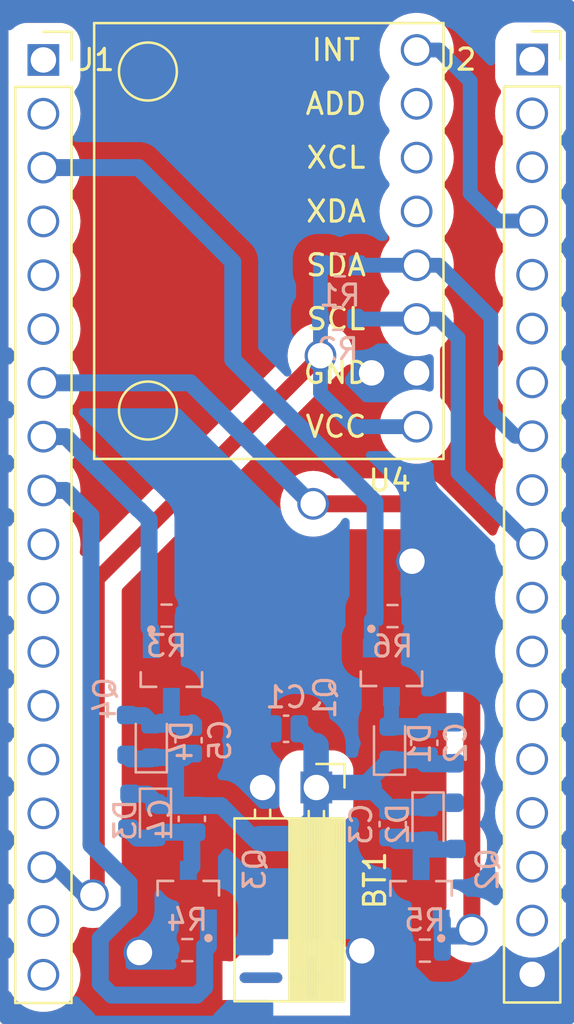
<source format=kicad_pcb>
(kicad_pcb (version 20240108) (generator "pcbnew") (generator_version "8.0")
  (layers (0 "F.Cu" signal) (31 "B.Cu" signal) (34 "B.Paste" user) (35 "F.Paste" user) (36 "B.SilkS" user "B.Silkscreen") (37 "F.SilkS" user "F.Silkscreen") (38 "B.Mask" user) (39 "F.Mask" user) (44 "Edge.Cuts" user))
  (net 0 "")
  (net 1 "GND")
  (net 2 "Net-(D1-A)")
  (net 3 "Net-(D2-A)")
  (net 4 "Net-(D3-A)")
  (net 5 "Net-(D4-A)")
  (net 6 "Net-(BT1-+)")
  (net 7 "Net-(J1-Pin_1)")
  (net 8 "Net-(J1-Pin_14)")
  (net 10 "Net-(J1-Pin_8)")
  (net 11 "Net-(J1-Pin_2)")
  (net 12 "Net-(J1-Pin_16)")
  (net 13 "Net-(J1-Pin_11)")
  (net 16 "Net-(J1-Pin_3)")
  (net 17 "Net-(J1-Pin_15)")
  (net 18 "Net-(J1-Pin_10)")
  (net 19 "Net-(J1-Pin_7)")
  (net 20 "Net-(J1-Pin_12)")
  (net 21 "Net-(J1-Pin_5)")
  (net 22 "Net-(J1-Pin_9)")
  (net 23 "Net-(J1-Pin_13)")
  (net 24 "Net-(J1-Pin_4)")
  (net 25 "Net-(J1-Pin_6)")
  (net 26 "Net-(J2-Pin_16)")
  (net 27 "Net-(J1-Pin_17)")
  (net 28 "Net-(J2-Pin_9)")
  (net 29 "Net-(J2-Pin_7)")
  (net 30 "Net-(J2-Pin_15)")
  (net 31 "Net-(J2-Pin_1)")
  (net 32 "Net-(J2-Pin_6)")
  (net 33 "Net-(J2-Pin_12)")
  (net 34 "Net-(J2-Pin_10)")
  (net 35 "Net-(J2-Pin_14)")
  (net 36 "Net-(J2-Pin_8)")
  (net 37 "Net-(J2-Pin_2)")
  (net 38 "Net-(J2-Pin_5)")
  (net 39 "Net-(J2-Pin_4)")
  (net 40 "Net-(J2-Pin_11)")
  (net 41 "Net-(J1-Pin_18)")
  (net 42 "Net-(J2-Pin_3)")
  (net 43 "Net-(J2-Pin_13)")
  (net 44 "Net-(J2-Pin_17)")
  (footprint "" (layer "F.Cu") (at 123.65 137.05)
    (property "Reference" "" (at 0 0 0) (layer "F.SilkS") (effects (font (size 1.27 1.27))))
    (property "Value" "")
    (pad "1" smd roundrect (at 0 0 90) (size 0.875 0.95) (layers "B.Cu" "B.Paste" "B.Mask") (net 6 "Net-(BT1-+)") (clearance 1))
  )
  (footprint "Connector_PinSocket_2.54mm:PinSocket_1x02_P2.54mm_Horizontal" (layer "F.Cu") (at 114.560955 138.19 90)
    (property "Reference" "BT1" (at -4.38 5.359045 -90) (layer "F.SilkS"))
    (property "Value" "3.7")
    (fp_line (start -10.09 -1.280955) (end -1.46 -1.280955) (stroke (width 0.12)) (layer "F.SilkS"))
    (fp_line (start -1.46 -0.310955) (end -1.05 -0.310955) (stroke (width 0.12)) (layer "F.SilkS"))
    (fp_line (start -1.46 0.409045) (end -1.05 0.409045) (stroke (width 0.12)) (layer "F.SilkS"))
    (fp_line (start -10.09 1.319045) (end -1.46 1.319045) (stroke (width 0.12)) (layer "F.SilkS"))
    (fp_line (start -10.09 1.437145) (end -1.46 1.437145) (stroke (width 0.12)) (layer "F.SilkS"))
    (fp_line (start -10.09 1.55524) (end -1.46 1.55524) (stroke (width 0.12)) (layer "F.SilkS"))
    (fp_line (start -10.09 1.673335) (end -1.46 1.673335) (stroke (width 0.12)) (layer "F.SilkS"))
    (fp_line (start -10.09 1.79143) (end -1.46 1.79143) (stroke (width 0.12)) (layer "F.SilkS"))
    (fp_line (start -10.09 1.909525) (end -1.46 1.909525) (stroke (width 0.12)) (layer "F.SilkS"))
    (fp_line (start -10.09 2.02762) (end -1.46 2.02762) (stroke (width 0.12)) (layer "F.SilkS"))
    (fp_line (start -10.09 2.145715) (end -1.46 2.145715) (stroke (width 0.12)) (layer "F.SilkS"))
    (fp_line (start -1.46 2.229045) (end -1.11 2.229045) (stroke (width 0.12)) (layer "F.SilkS"))
    (fp_line (start -10.09 2.26381) (end -1.46 2.26381) (stroke (width 0.12)) (layer "F.SilkS"))
    (fp_line (start -10.09 2.381905) (end -1.46 2.381905) (stroke (width 0.12)) (layer "F.SilkS"))
    (fp_line (start -10.09 2.5) (end -1.46 2.5) (stroke (width 0.12)) (layer "F.SilkS"))
    (fp_line (start -10.09 2.618095) (end -1.46 2.618095) (stroke (width 0.12)) (layer "F.SilkS"))
    (fp_line (start -10.09 2.73619) (end -1.46 2.73619) (stroke (width 0.12)) (layer "F.SilkS"))
    (fp_line (start -10.09 2.854285) (end -1.46 2.854285) (stroke (width 0.12)) (layer "F.SilkS"))
    (fp_line (start -1.46 2.949045) (end -1.11 2.949045) (stroke (width 0.12)) (layer "F.SilkS"))
    (fp_line (start -10.09 2.97238) (end -1.46 2.97238) (stroke (width 0.12)) (layer "F.SilkS"))
    (fp_line (start -10.09 3.090475) (end -1.46 3.090475) (stroke (width 0.12)) (layer "F.SilkS"))
    (fp_line (start -10.09 3.20857) (end -1.46 3.20857) (stroke (width 0.12)) (layer "F.SilkS"))
    (fp_line (start -10.09 3.326665) (end -1.46 3.326665) (stroke (width 0.12)) (layer "F.SilkS"))
    (fp_line (start -10.09 3.44476) (end -1.46 3.44476) (stroke (width 0.12)) (layer "F.SilkS"))
    (fp_line (start -10.09 3.562855) (end -1.46 3.562855) (stroke (width 0.12)) (layer "F.SilkS"))
    (fp_line (start -10.09 3.68095) (end -1.46 3.68095) (stroke (width 0.12)) (layer "F.SilkS"))
    (fp_line (start -10.09 3.799045) (end -1.46 3.799045) (stroke (width 0.12)) (layer "F.SilkS"))
    (fp_line (start 1.11 3.919045) (end 1.11 2.589045) (stroke (width 0.12)) (layer "F.SilkS"))
    (fp_line (start 0 3.919045) (end 1.11 3.919045) (stroke (width 0.12)) (layer "F.SilkS"))
    (fp_line (start -1.46 3.919045) (end -1.46 -1.280955) (stroke (width 0.12)) (layer "F.SilkS"))
    (fp_line (start -10.09 3.919045) (end -10.09 -1.280955) (stroke (width 0.12)) (layer "F.SilkS"))
    (fp_line (start -10.09 3.919045) (end -1.46 3.919045) (stroke (width 0.12)) (layer "F.SilkS"))
    (pad "1" thru_hole rect (at 0 2.589045 90) (size 1.5 1.5) (drill 1.2) (layers "*.Cu" "*.Mask") (net 6 "Net-(BT1-+)") (clearance 1))
    (pad "2" thru_hole oval (at 0 0.049045 90) (size 1.5 1.5) (drill 1.2) (layers "*.Cu" "*.Mask") (net 1 "GND") (clearance 1))
  )
  (footprint "usini_sensors:module_mpu6050" (layer "F.Cu") (at 121.89 103.38 180)
    (property "Reference" "U4" (at 1.27 -20.32 180) (layer "F.SilkS"))
    (property "Value" "module_mpu6050")
    (fp_line (start 15.24 1.27) (end -1.27 1.27) (stroke (width 0.12)) (layer "F.SilkS"))
    (fp_line (start 15.24 -19.304) (end 15.24 1.27) (stroke (width 0.12)) (layer "F.SilkS"))
    (fp_line (start -1.27 1.27) (end -1.27 -19.304) (stroke (width 0.12)) (layer "F.SilkS"))
    (fp_line (start -1.27 -19.304) (end 15.24 -19.304) (stroke (width 0.12)) (layer "F.SilkS"))
    (fp_circle (center 12.7 -1.016) (end 13.208 0.254) (stroke (width 0.12)) (fill none) (layer "F.SilkS"))
    (fp_circle (center 12.7 -17.018) (end 13.208 -15.748) (stroke (width 0.12)) (fill none) (layer "F.SilkS"))
    (fp_text user "SCL" (at 3.81 -12.7 180) (layer "F.SilkS"))
    (fp_text user "XCL" (at 3.81 -5.08 180) (layer "F.SilkS"))
    (fp_text user "XDA" (at 3.81 -7.62 180) (layer "F.SilkS"))
    (fp_text user "ADD" (at 3.81 -2.54 180) (layer "F.SilkS"))
    (fp_text user "VCC" (at 3.81 -17.78 180) (layer "F.SilkS"))
    (fp_text user "INT" (at 3.81 0 180) (layer "F.SilkS"))
    (fp_text user "GND" (at 3.81 -15.24 180) (layer "F.SilkS"))
    (fp_text user "SDA" (at 3.81 -10.16 180) (layer "F.SilkS"))
    (pad "1" thru_hole circle (at 0 -17.78 180) (size 1.5 1.5) (drill 1.2) (layers "*.Cu" "*.Mask") (net 12 "Net-(J1-Pin_16)") (clearance 1))
    (pad "2" thru_hole circle (at 0 -15.24 180) (size 1.5 1.5) (drill 1.2) (layers "*.Cu" "*.Mask") (net 1 "GND") (clearance 1))
    (pad "3" thru_hole circle (at 0 -12.7 180) (size 1.5 1.5) (drill 1.2) (layers "*.Cu" "*.Mask") (net 34 "Net-(J2-Pin_10)") (clearance 1))
    (pad "4" thru_hole circle (at 0 -10.16 180) (size 1.5 1.5) (drill 1.2) (layers "*.Cu" "*.Mask") (net 36 "Net-(J2-Pin_8)") (clearance 1))
    (pad "5" thru_hole circle (at 0 -7.62 180) (size 1.5 1.5) (drill 1.2) (layers "*.Cu" "*.Mask") (clearance 1))
    (pad "6" thru_hole circle (at 0 -5.08 180) (size 1.5 1.5) (drill 1.2) (layers "*.Cu" "*.Mask") (clearance 1))
    (pad "7" thru_hole circle (at 0 -2.54 180) (size 1.5 1.5) (drill 1.2) (layers "*.Cu" "*.Mask") (clearance 1))
    (pad "8" thru_hole circle (at 0 0 180) (size 1.5 1.5) (drill 1.2) (layers "*.Cu" "*.Mask") (net 39 "Net-(J2-Pin_4)") (clearance 1))
  )
  (footprint "" (layer "F.Cu") (at 108.36 138.49)
    (property "Reference" "" (at 0 0 0) (layer "F.SilkS") (effects (font (size 1.27 1.27))))
    (property "Value" "")
    (pad "1" smd roundrect (at 0 0 270) (size 0.875 0.95) (layers "B.Cu" "B.Paste" "B.Mask") (net 6 "Net-(BT1-+)") (clearance 1))
  )
  (footprint "" (layer "F.Cu") (at 108.22 136.65)
    (property "Reference" "" (at 0 0 0) (layer "F.SilkS") (effects (font (size 1.27 1.27))))
    (property "Value" "")
    (pad "1" smd roundrect (at 0 0 90) (size 0.875 0.95) (layers "B.Cu" "B.Paste" "B.Mask") (net 6 "Net-(BT1-+)") (clearance 1))
  )
  (footprint "" (layer "F.Cu") (at 123.62 135.11)
    (property "Reference" "" (at 0 0 0) (layer "F.SilkS") (effects (font (size 1.27 1.27))))
    (property "Value" "")
    (pad "2" smd roundrect (at 0 0 90) (size 0.875 0.95) (layers "B.Cu" "B.Paste" "B.Mask") (net 2 "Net-(D1-A)") (clearance 1))
  )
  (footprint "" (layer "F.Cu") (at 123.63 138.91)
    (property "Reference" "" (at 0 0 0) (layer "F.SilkS") (effects (font (size 1.27 1.27))))
    (property "Value" "")
    (pad "1" smd roundrect (at 0 0 270) (size 0.875 0.95) (layers "B.Cu" "B.Paste" "B.Mask") (net 6 "Net-(BT1-+)") (clearance 1))
  )
  (footprint "Connector_PinSocket_2.54mm:PinSocket_1x18_P2.54mm_Vertical" (layer "F.Cu") (at 104.25 103.85)
    (property "Reference" "J1" (at 2.5 0 0) (layer "F.SilkS"))
    (property "Value" "Conn_01x18_Socket" (hide yes))
    (fp_line (start -1.33 1.27) (end -1.33 44.51) (stroke (width 0.12)) (layer "F.SilkS"))
    (fp_line (start -1.33 1.27) (end 1.33 1.27) (stroke (width 0.12)) (layer "F.SilkS"))
    (fp_line (start -1.33 44.51) (end 1.33 44.51) (stroke (width 0.12)) (layer "F.SilkS"))
    (fp_line (start 0 -1.33) (end 1.33 -1.33) (stroke (width 0.12)) (layer "F.SilkS"))
    (fp_line (start 1.33 -1.33) (end 1.33 0) (stroke (width 0.12)) (layer "F.SilkS"))
    (fp_line (start 1.33 1.27) (end 1.33 44.51) (stroke (width 0.12)) (layer "F.SilkS"))
    (pad "1" thru_hole rect (at 0 0) (size 1.5 1.5) (drill 1.2) (layers "*.Cu" "*.Mask") (net 7 "Net-(J1-Pin_1)") (clearance 1))
    (pad "2" thru_hole oval (at 0 2.54) (size 1.5 1.5) (drill 1.2) (layers "*.Cu" "*.Mask") (net 11 "Net-(J1-Pin_2)") (clearance 1))
    (pad "3" thru_hole oval (at 0 5.08) (size 1.5 1.5) (drill 1.2) (layers "*.Cu" "*.Mask") (net 16 "Net-(J1-Pin_3)") (clearance 1))
    (pad "4" thru_hole oval (at 0 7.62) (size 1.5 1.5) (drill 1.2) (layers "*.Cu" "*.Mask") (net 24 "Net-(J1-Pin_4)") (clearance 1))
    (pad "5" thru_hole oval (at 0 10.16) (size 1.5 1.5) (drill 1.2) (layers "*.Cu" "*.Mask") (net 21 "Net-(J1-Pin_5)") (clearance 1))
    (pad "6" thru_hole oval (at 0 12.7) (size 1.5 1.5) (drill 1.2) (layers "*.Cu" "*.Mask") (net 25 "Net-(J1-Pin_6)") (clearance 1))
    (pad "7" thru_hole oval (at 0 15.24) (size 1.5 1.5) (drill 1.2) (layers "*.Cu" "*.Mask") (net 19 "Net-(J1-Pin_7)") (clearance 1))
    (pad "8" thru_hole oval (at 0 17.78) (size 1.5 1.5) (drill 1.2) (layers "*.Cu" "*.Mask") (net 10 "Net-(J1-Pin_8)") (clearance 1))
    (pad "9" thru_hole oval (at 0 20.32) (size 1.5 1.5) (drill 1.2) (layers "*.Cu" "*.Mask") (net 22 "Net-(J1-Pin_9)") (clearance 1))
    (pad "10" thru_hole oval (at 0 22.86) (size 1.5 1.5) (drill 1.2) (layers "*.Cu" "*.Mask") (net 18 "Net-(J1-Pin_10)") (clearance 1))
    (pad "11" thru_hole oval (at 0 25.4) (size 1.5 1.5) (drill 1.2) (layers "*.Cu" "*.Mask") (net 13 "Net-(J1-Pin_11)") (clearance 1))
    (pad "12" thru_hole oval (at 0 27.94) (size 1.5 1.5) (drill 1.2) (layers "*.Cu" "*.Mask") (net 20 "Net-(J1-Pin_12)") (clearance 1))
    (pad "13" thru_hole oval (at 0 30.48) (size 1.5 1.5) (drill 1.2) (layers "*.Cu" "*.Mask") (net 23 "Net-(J1-Pin_13)") (clearance 1))
    (pad "14" thru_hole oval (at 0 33.02) (size 1.5 1.5) (drill 1.2) (layers "*.Cu" "*.Mask") (net 8 "Net-(J1-Pin_14)") (clearance 1))
    (pad "15" thru_hole oval (at 0 35.56) (size 1.5 1.5) (drill 1.2) (layers "*.Cu" "*.Mask") (net 17 "Net-(J1-Pin_15)") (clearance 1))
    (pad "16" thru_hole oval (at 0 38.1) (size 1.5 1.5) (drill 1.2) (layers "*.Cu" "*.Mask") (net 12 "Net-(J1-Pin_16)") (clearance 1))
    (pad "17" thru_hole oval (at 0 40.64) (size 1.5 1.5) (drill 1.2) (layers "*.Cu" "*.Mask") (net 27 "Net-(J1-Pin_17)") (clearance 1))
    (pad "18" thru_hole oval (at 0 43.18) (size 1.5 1.5) (drill 1.2) (layers "*.Cu" "*.Mask") (net 41 "Net-(J1-Pin_18)") (clearance 1))
  )
  (footprint "" (layer "F.Cu") (at 108.2 134.77)
    (property "Reference" "" (at 0 0 0) (layer "F.SilkS") (effects (font (size 1.27 1.27))))
    (property "Value" "")
    (pad "2" smd roundrect (at 0 0 90) (size 0.875 0.95) (layers "B.Cu" "B.Paste" "B.Mask") (net 5 "Net-(D4-A)") (clearance 1))
  )
  (footprint "" (layer "F.Cu") (at 108.26 140.13)
    (property "Reference" "" (at 0 0 0) (layer "F.SilkS") (effects (font (size 1.27 1.27))))
    (property "Value" "")
    (pad "2" smd roundrect (at 0 0 270) (size 0.875 0.95) (layers "B.Cu" "B.Paste" "B.Mask") (net 4 "Net-(D3-A)") (clearance 1))
  )
  (footprint "Connector_PinSocket_2.54mm:PinSocket_1x18_P2.54mm_Vertical" (layer "F.Cu") (at 127.35 103.83)
    (property "Reference" "J2" (at -3.5 0 0) (layer "F.SilkS"))
    (property "Value" "Conn_01x18_Socket" (hide yes))
    (fp_line (start -1.33 1.27) (end -1.33 44.51) (stroke (width 0.12)) (layer "F.SilkS"))
    (fp_line (start -1.33 1.27) (end 1.33 1.27) (stroke (width 0.12)) (layer "F.SilkS"))
    (fp_line (start -1.33 44.51) (end 1.33 44.51) (stroke (width 0.12)) (layer "F.SilkS"))
    (fp_line (start 0 -1.33) (end 1.33 -1.33) (stroke (width 0.12)) (layer "F.SilkS"))
    (fp_line (start 1.33 -1.33) (end 1.33 0) (stroke (width 0.12)) (layer "F.SilkS"))
    (fp_line (start 1.33 1.27) (end 1.33 44.51) (stroke (width 0.12)) (layer "F.SilkS"))
    (pad "1" thru_hole rect (at 0 0) (size 1.5 1.5) (drill 1.2) (layers "*.Cu" "*.Mask") (net 31 "Net-(J2-Pin_1)") (clearance 1))
    (pad "2" thru_hole oval (at 0 2.54) (size 1.5 1.5) (drill 1.2) (layers "*.Cu" "*.Mask") (net 37 "Net-(J2-Pin_2)") (clearance 1))
    (pad "3" thru_hole oval (at 0 5.08) (size 1.5 1.5) (drill 1.2) (layers "*.Cu" "*.Mask") (net 42 "Net-(J2-Pin_3)") (clearance 1))
    (pad "4" thru_hole oval (at 0 7.62) (size 1.5 1.5) (drill 1.2) (layers "*.Cu" "*.Mask") (net 39 "Net-(J2-Pin_4)") (clearance 1))
    (pad "5" thru_hole oval (at 0 10.16) (size 1.5 1.5) (drill 1.2) (layers "*.Cu" "*.Mask") (net 38 "Net-(J2-Pin_5)") (clearance 1))
    (pad "6" thru_hole oval (at 0 12.7) (size 1.5 1.5) (drill 1.2) (layers "*.Cu" "*.Mask") (net 32 "Net-(J2-Pin_6)") (clearance 1))
    (pad "7" thru_hole oval (at 0 15.24) (size 1.5 1.5) (drill 1.2) (layers "*.Cu" "*.Mask") (net 29 "Net-(J2-Pin_7)") (clearance 1))
    (pad "8" thru_hole oval (at 0 17.78) (size 1.5 1.5) (drill 1.2) (layers "*.Cu" "*.Mask") (net 36 "Net-(J2-Pin_8)") (clearance 1))
    (pad "9" thru_hole oval (at 0 20.32) (size 1.5 1.5) (drill 1.2) (layers "*.Cu" "*.Mask") (net 28 "Net-(J2-Pin_9)") (clearance 1))
    (pad "10" thru_hole oval (at 0 22.86) (size 1.5 1.5) (drill 1.2) (layers "*.Cu" "*.Mask") (net 34 "Net-(J2-Pin_10)") (clearance 1))
    (pad "11" thru_hole oval (at 0 25.4) (size 1.5 1.5) (drill 1.2) (layers "*.Cu" "*.Mask") (net 40 "Net-(J2-Pin_11)") (clearance 1))
    (pad "12" thru_hole oval (at 0 27.94) (size 1.5 1.5) (drill 1.2) (layers "*.Cu" "*.Mask") (net 33 "Net-(J2-Pin_12)") (clearance 1))
    (pad "13" thru_hole oval (at 0 30.48) (size 1.5 1.5) (drill 1.2) (layers "*.Cu" "*.Mask") (net 43 "Net-(J2-Pin_13)") (clearance 1))
    (pad "14" thru_hole oval (at 0 33.02) (size 1.5 1.5) (drill 1.2) (layers "*.Cu" "*.Mask") (net 35 "Net-(J2-Pin_14)") (clearance 1))
    (pad "15" thru_hole oval (at 0 35.56) (size 1.5 1.5) (drill 1.2) (layers "*.Cu" "*.Mask") (net 30 "Net-(J2-Pin_15)") (clearance 1))
    (pad "16" thru_hole oval (at 0 38.1) (size 1.5 1.5) (drill 1.2) (layers "*.Cu" "*.Mask") (net 26 "Net-(J2-Pin_16)") (clearance 1))
    (pad "17" thru_hole oval (at 0 40.64) (size 1.5 1.5) (drill 1.2) (layers "*.Cu" "*.Mask") (net 44 "Net-(J2-Pin_17)") (clearance 1))
    (pad "18" thru_hole oval (at 0 43.18) (size 1.5 1.5) (drill 1.2) (layers "*.Cu" "*.Mask") (net 1 "GND") (clearance 1))
  )
  (footprint "" (layer "F.Cu") (at 123.74 141.09)
    (property "Reference" "" (at 0 0 0) (layer "F.SilkS") (effects (font (size 1.27 1.27))))
    (property "Value" "")
    (pad "2" smd roundrect (at 0 0 270) (size 0.875 0.95) (layers "B.Cu" "B.Paste" "B.Mask") (net 3 "Net-(D2-A)") (clearance 1))
  )
  (footprint "TSM250N02CX_RFG:TRANS_TSM250N02CX_RFG" (layer "B.Cu") (at 122.1 143.31 90)
    (property "Reference" "Q2" (at 1.25 3.135 -90) (layer "B.SilkS") (effects (justify mirror)))
    (property "Value" "NMOS" (hide yes))
    (fp_line (start 0.7 -1.45) (end 0.015 -1.45) (stroke (width 0.127)) (layer "B.SilkS"))
    (fp_line (start 0.7 -0.72) (end 0.7 -1.45) (stroke (width 0.127)) (layer "B.SilkS"))
    (fp_line (start 0.7 1.45) (end 0.7 0.72) (stroke (width 0.127)) (layer "B.SilkS"))
    (fp_line (start 0.015 1.45) (end 0.7 1.45) (stroke (width 0.127)) (layer "B.SilkS"))
    (fp_circle (center -2 0.95) (end -1.9 0.95) (stroke (width 0.2)) (fill none) (layer "B.SilkS"))
    (pad "1" smd rect (at 1.2 0 90) (size 0.9 0.8) (layers "B.Cu" "B.Paste" "B.Mask") (net 3 "Net-(D2-A)") (clearance 1))
    (pad "2" smd rect (at -1.1 0.95 90) (size 0.9 0.8) (layers "B.Cu" "B.Paste" "B.Mask") (net 19 "Net-(J1-Pin_7)") (clearance 1))
    (pad "3" smd rect (at -1.1 -0.95 90) (size 0.9 0.8) (layers "B.Cu" "B.Paste" "B.Mask") (net 1 "GND") (clearance 1))
  )
  (footprint "Capacitor_SMD:C_0504_1310Metric_Pad0.83x1.28mm_HandSolder" (layer "B.Cu") (at 111.2675 139.6725 -90)
    (property "Reference" "C4" (at 0 1.49 90) (layer "B.SilkS") (effects (justify mirror)))
    (property "Value" "1uf")
    (fp_line (start 0.101969 0.62) (end -0.101969 0.62) (stroke (width 0.12)) (layer "B.SilkS"))
    (fp_line (start 0.101969 -0.62) (end -0.101969 -0.62) (stroke (width 0.12)) (layer "B.SilkS"))
    (pad "1" smd roundrect (at -0.6275 0 270) (size 0.835 1.28) (layers "B.Cu" "B.Paste" "B.Mask") (net 6 "Net-(BT1-+)") (clearance 1))
    (pad "2" smd roundrect (at 0.6275 0 270) (size 0.835 1.28) (layers "B.Cu" "B.Paste" "B.Mask") (net 4 "Net-(D3-A)") (clearance 1))
  )
  (footprint "Diode_SMD:D_0603_1608Metric" (layer "B.Cu") (at 120.61 136.1025 90)
    (property "Reference" "D1" (at 0 1.43 -90) (layer "B.SilkS") (effects (justify mirror)))
    (property "Value" "D")
    (fp_line (start 0.8 -0.735) (end -1.485 -0.735) (stroke (width 0.12)) (layer "B.SilkS"))
    (fp_line (start -1.485 -0.735) (end -1.485 0.735) (stroke (width 0.12)) (layer "B.SilkS"))
    (fp_line (start -1.485 0.735) (end 0.8 0.735) (stroke (width 0.12)) (layer "B.SilkS"))
    (pad "1" smd roundrect (at -0.7875 0 90) (size 0.875 0.95) (layers "B.Cu" "B.Paste" "B.Mask") (net 6 "Net-(BT1-+)") (clearance 1))
    (pad "2" smd roundrect (at 0.7875 0 90) (size 0.875 0.95) (layers "B.Cu" "B.Paste" "B.Mask") (net 2 "Net-(D1-A)") (clearance 1))
  )
  (footprint "Resistor_SMD:R_0603_1608Metric" (layer "B.Cu") (at 111.05 145.8675 180)
    (property "Reference" "R4" (at 0 1.43 180) (layer "B.SilkS") (effects (justify mirror)))
    (property "Value" "10k")
    (fp_line (start 0.237258 0.5225) (end -0.237258 0.5225) (stroke (width 0.12)) (layer "B.SilkS"))
    (fp_line (start 0.237258 -0.5225) (end -0.237258 -0.5225) (stroke (width 0.12)) (layer "B.SilkS"))
    (pad "1" smd roundrect (at -0.825 0 180) (size 0.8 0.95) (layers "B.Cu" "B.Paste" "B.Mask") (net 22 "Net-(J1-Pin_9)") (clearance 1))
    (pad "2" smd roundrect (at 0.825 0 180) (size 0.8 0.95) (layers "B.Cu" "B.Paste" "B.Mask") (net 1 "GND") (clearance 1))
  )
  (footprint "Diode_SMD:D_0603_1608Metric" (layer "B.Cu") (at 109.5475 139.7325 -90)
    (property "Reference" "D3" (at 0 1.43 90) (layer "B.SilkS") (effects (justify mirror)))
    (property "Value" "D")
    (fp_line (start -1.485 0.735) (end 0.8 0.735) (stroke (width 0.12)) (layer "B.SilkS"))
    (fp_line (start -1.485 -0.735) (end -1.485 0.735) (stroke (width 0.12)) (layer "B.SilkS"))
    (fp_line (start 0.8 -0.735) (end -1.485 -0.735) (stroke (width 0.12)) (layer "B.SilkS"))
    (pad "1" smd roundrect (at -0.7875 0 270) (size 0.875 0.95) (layers "B.Cu" "B.Paste" "B.Mask") (net 6 "Net-(BT1-+)") (clearance 1))
    (pad "2" smd roundrect (at 0.7875 0 270) (size 0.875 0.95) (layers "B.Cu" "B.Paste" "B.Mask") (net 4 "Net-(D3-A)") (clearance 1))
  )
  (footprint "Resistor_SMD:R_0603_1608Metric" (layer "B.Cu") (at 120.75 130.1)
    (property "Reference" "R6" (at 0 1.43 0) (layer "B.SilkS") (effects (justify mirror)))
    (property "Value" "10k")
    (fp_line (start 0.237258 -0.5225) (end -0.237258 -0.5225) (stroke (width 0.12)) (layer "B.SilkS"))
    (fp_line (start 0.237258 0.5225) (end -0.237258 0.5225) (stroke (width 0.12)) (layer "B.SilkS"))
    (pad "1" smd roundrect (at -0.825 0) (size 0.8 0.95) (layers "B.Cu" "B.Paste" "B.Mask") (net 16 "Net-(J1-Pin_3)") (clearance 1))
    (pad "2" smd roundrect (at 0.825 0) (size 0.8 0.95) (layers "B.Cu" "B.Paste" "B.Mask") (net 1 "GND") (clearance 1))
  )
  (footprint "Capacitor_SMD:C_0504_1310Metric_Pad0.83x1.28mm_HandSolder" (layer "B.Cu") (at 122.25 136.0825 90)
    (property "Reference" "C2" (at 0 1.49 -90) (layer "B.SilkS") (effects (justify mirror)))
    (property "Value" "1uf")
    (fp_line (start 0.101969 -0.62) (end -0.101969 -0.62) (stroke (width 0.12)) (layer "B.SilkS"))
    (fp_line (start 0.101969 0.62) (end -0.101969 0.62) (stroke (width 0.12)) (layer "B.SilkS"))
    (pad "1" smd roundrect (at -0.6275 0 90) (size 0.835 1.28) (layers "B.Cu" "B.Paste" "B.Mask") (net 6 "Net-(BT1-+)") (clearance 1))
    (pad "2" smd roundrect (at 0.6275 0 90) (size 0.835 1.28) (layers "B.Cu" "B.Paste" "B.Mask") (net 2 "Net-(D1-A)") (clearance 1))
  )
  (footprint "Resistor_SMD:R_0603_1608Metric" (layer "B.Cu") (at 118.26 113.54)
    (property "Reference" "R1" (at 0 1.43 0) (layer "B.SilkS") (effects (justify mirror)))
    (property "Value" "10k")
    (fp_line (start 0.237258 -0.5225) (end -0.237258 -0.5225) (stroke (width 0.12)) (layer "B.SilkS"))
    (fp_line (start 0.237258 0.5225) (end -0.237258 0.5225) (stroke (width 0.12)) (layer "B.SilkS"))
    (pad "1" smd roundrect (at -0.825 0) (size 0.8 0.95) (layers "B.Cu" "B.Paste" "B.Mask") (net 12 "Net-(J1-Pin_16)") (clearance 1))
    (pad "2" smd roundrect (at 0.825 0) (size 0.8 0.95) (layers "B.Cu" "B.Paste" "B.Mask") (net 36 "Net-(J2-Pin_8)") (clearance 1))
  )
  (footprint "TSM250N02CX_RFG:TRANS_TSM250N02CX_RFG" (layer "B.Cu") (at 120.7 132.7 -90)
    (property "Reference" "Q1" (at 1.25 3.135 90) (layer "B.SilkS") (effects (justify mirror)))
    (property "Value" "NMOS" (hide yes))
    (fp_line (start 0.015 1.45) (end 0.7 1.45) (stroke (width 0.127)) (layer "B.SilkS"))
    (fp_line (start 0.7 1.45) (end 0.7 0.72) (stroke (width 0.127)) (layer "B.SilkS"))
    (fp_line (start 0.7 -0.72) (end 0.7 -1.45) (stroke (width 0.127)) (layer "B.SilkS"))
    (fp_line (start 0.7 -1.45) (end 0.015 -1.45) (stroke (width 0.127)) (layer "B.SilkS"))
    (fp_circle (center -2 0.95) (end -1.9 0.95) (stroke (width 0.2)) (fill none) (layer "B.SilkS"))
    (pad "1" smd rect (at 1.2 0 270) (size 0.9 0.8) (layers "B.Cu" "B.Paste" "B.Mask") (net 2 "Net-(D1-A)") (clearance 1))
    (pad "2" smd rect (at -1.1 0.95 270) (size 0.9 0.8) (layers "B.Cu" "B.Paste" "B.Mask") (net 16 "Net-(J1-Pin_3)") (clearance 1))
    (pad "3" smd rect (at -1.1 -0.95 270) (size 0.9 0.8) (layers "B.Cu" "B.Paste" "B.Mask") (net 1 "GND") (clearance 1))
  )
  (footprint "TSM250N02CX_RFG:TRANS_TSM250N02CX_RFG" (layer "B.Cu") (at 111.1 143.3 90)
    (property "Reference" "Q3" (at 1.25 3.135 -90) (layer "B.SilkS") (effects (justify mirror)))
    (property "Value" "NMOS" (hide yes))
    (fp_line (start 0.7 -1.45) (end 0.015 -1.45) (stroke (width 0.127)) (layer "B.SilkS"))
    (fp_line (start 0.7 -0.72) (end 0.7 -1.45) (stroke (width 0.127)) (layer "B.SilkS"))
    (fp_line (start 0.7 1.45) (end 0.7 0.72) (stroke (width 0.127)) (layer "B.SilkS"))
    (fp_line (start 0.015 1.45) (end 0.7 1.45) (stroke (width 0.127)) (layer "B.SilkS"))
    (fp_circle (center -2 0.95) (end -1.9 0.95) (stroke (width 0.2)) (fill none) (layer "B.SilkS"))
    (pad "1" smd rect (at 1.2 0 90) (size 0.9 0.8) (layers "B.Cu" "B.Paste" "B.Mask") (net 4 "Net-(D3-A)") (clearance 1))
    (pad "2" smd rect (at -1.1 0.95 90) (size 0.9 0.8) (layers "B.Cu" "B.Paste" "B.Mask") (net 22 "Net-(J1-Pin_9)") (clearance 1))
    (pad "3" smd rect (at -1.1 -0.95 90) (size 0.9 0.8) (layers "B.Cu" "B.Paste" "B.Mask") (net 1 "GND") (clearance 1))
  )
  (footprint "TSM250N02CX_RFG:TRANS_TSM250N02CX_RFG" (layer "B.Cu") (at 110.3 132.7375 -90)
    (property "Reference" "Q4" (at 1.25 3.135 90) (layer "B.SilkS") (effects (justify mirror)))
    (property "Value" "NMOS" (hide yes))
    (fp_line (start 0.015 1.45) (end 0.7 1.45) (stroke (width 0.127)) (layer "B.SilkS"))
    (fp_line (start 0.7 1.45) (end 0.7 0.72) (stroke (width 0.127)) (layer "B.SilkS"))
    (fp_line (start 0.7 -0.72) (end 0.7 -1.45) (stroke (width 0.127)) (layer "B.SilkS"))
    (fp_line (start 0.7 -1.45) (end 0.015 -1.45) (stroke (width 0.127)) (layer "B.SilkS"))
    (fp_circle (center -2 0.95) (end -1.9 0.95) (stroke (width 0.2)) (fill none) (layer "B.SilkS"))
    (pad "1" smd rect (at 1.2 0 270) (size 0.9 0.8) (layers "B.Cu" "B.Paste" "B.Mask") (net 5 "Net-(D4-A)") (clearance 1))
    (pad "2" smd rect (at -1.1 0.95 270) (size 0.9 0.8) (layers "B.Cu" "B.Paste" "B.Mask") (net 10 "Net-(J1-Pin_8)") (clearance 1))
    (pad "3" smd rect (at -1.1 -0.95 270) (size 0.9 0.8) (layers "B.Cu" "B.Paste" "B.Mask") (net 1 "GND") (clearance 1))
  )
  (footprint "Capacitor_SMD:C_0504_1310Metric_Pad0.83x1.28mm_HandSolder" (layer "B.Cu") (at 115.72 135.42 180)
    (property "Reference" "C1" (at 0 1.49 180) (layer "B.SilkS") (effects (justify mirror)))
    (property "Value" "10uf")
    (fp_line (start 0.101969 0.62) (end -0.101969 0.62) (stroke (width 0.12)) (layer "B.SilkS"))
    (fp_line (start 0.101969 -0.62) (end -0.101969 -0.62) (stroke (width 0.12)) (layer "B.SilkS"))
    (pad "1" smd roundrect (at -0.6275 0 180) (size 0.835 1.28) (layers "B.Cu" "B.Paste" "B.Mask") (net 6 "Net-(BT1-+)") (clearance 1))
    (pad "2" smd roundrect (at 0.6275 0 180) (size 0.835 1.28) (layers "B.Cu" "B.Paste" "B.Mask") (net 1 "GND") (clearance 1))
  )
  (footprint "Capacitor_SMD:C_0504_1310Metric_Pad0.83x1.28mm_HandSolder" (layer "B.Cu") (at 120.76 139.92 -90)
    (property "Reference" "C3" (at 0 1.49 90) (layer "B.SilkS") (effects (justify mirror)))
    (property "Value" "1uf")
    (fp_line (start 0.101969 0.62) (end -0.101969 0.62) (stroke (width 0.12)) (layer "B.SilkS"))
    (fp_line (start 0.101969 -0.62) (end -0.101969 -0.62) (stroke (width 0.12)) (layer "B.SilkS"))
    (pad "1" smd roundrect (at -0.6275 0 270) (size 0.835 1.28) (layers "B.Cu" "B.Paste" "B.Mask") (net 6 "Net-(BT1-+)") (clearance 1))
    (pad "2" smd roundrect (at 0.6275 0 270) (size 0.835 1.28) (layers "B.Cu" "B.Paste" "B.Mask") (net 3 "Net-(D2-A)") (clearance 1))
  )
  (footprint "Resistor_SMD:R_0603_1608Metric" (layer "B.Cu") (at 118.17 116.07)
    (property "Reference" "R2" (at 0 1.43 0) (layer "B.SilkS") (effects (justify mirror)))
    (property "Value" "10k")
    (fp_line (start 0.237258 -0.5225) (end -0.237258 -0.5225) (stroke (width 0.12)) (layer "B.SilkS"))
    (fp_line (start 0.237258 0.5225) (end -0.237258 0.5225) (stroke (width 0.12)) (layer "B.SilkS"))
    (pad "1" smd roundrect (at -0.825 0) (size 0.8 0.95) (layers "B.Cu" "B.Paste" "B.Mask") (net 12 "Net-(J1-Pin_16)") (clearance 1))
    (pad "2" smd roundrect (at 0.825 0) (size 0.8 0.95) (layers "B.Cu" "B.Paste" "B.Mask") (net 34 "Net-(J2-Pin_10)") (clearance 1))
  )
  (footprint "Diode_SMD:D_0603_1608Metric" (layer "B.Cu") (at 109.35 135.99 90)
    (property "Reference" "D4" (at 0 1.43 -90) (layer "B.SilkS") (effects (justify mirror)))
    (property "Value" "D")
    (fp_line (start 0.8 -0.735) (end -1.485 -0.735) (stroke (width 0.12)) (layer "B.SilkS"))
    (fp_line (start -1.485 -0.735) (end -1.485 0.735) (stroke (width 0.12)) (layer "B.SilkS"))
    (fp_line (start -1.485 0.735) (end 0.8 0.735) (stroke (width 0.12)) (layer "B.SilkS"))
    (pad "1" smd roundrect (at -0.7875 0 90) (size 0.875 0.95) (layers "B.Cu" "B.Paste" "B.Mask") (net 6 "Net-(BT1-+)") (clearance 1))
    (pad "2" smd roundrect (at 0.7875 0 90) (size 0.875 0.95) (layers "B.Cu" "B.Paste" "B.Mask") (net 5 "Net-(D4-A)") (clearance 1))
  )
  (footprint "Resistor_SMD:R_0603_1608Metric" (layer "B.Cu") (at 122.28 145.89 180)
    (property "Reference" "R5" (at 0 1.43 180) (layer "B.SilkS") (effects (justify mirror)))
    (property "Value" "10k")
    (fp_line (start 0.237258 0.5225) (end -0.237258 0.5225) (stroke (width 0.12)) (layer "B.SilkS"))
    (fp_line (start 0.237258 -0.5225) (end -0.237258 -0.5225) (stroke (width 0.12)) (layer "B.SilkS"))
    (pad "1" smd roundrect (at -0.825 0 180) (size 0.8 0.95) (layers "B.Cu" "B.Paste" "B.Mask") (net 19 "Net-(J1-Pin_7)") (clearance 1))
    (pad "2" smd roundrect (at 0.825 0 180) (size 0.8 0.95) (layers "B.Cu" "B.Paste" "B.Mask") (net 1 "GND") (clearance 1))
  )
  (footprint "Resistor_SMD:R_0603_1608Metric" (layer "B.Cu") (at 110.07 130.08)
    (property "Reference" "R3" (at 0 1.43 0) (layer "B.SilkS") (effects (justify mirror)))
    (property "Value" "10k")
    (fp_line (start 0.237258 -0.5225) (end -0.237258 -0.5225) (stroke (width 0.12)) (layer "B.SilkS"))
    (fp_line (start 0.237258 0.5225) (end -0.237258 0.5225) (stroke (width 0.12)) (layer "B.SilkS"))
    (pad "1" smd roundrect (at -0.825 0) (size 0.8 0.95) (layers "B.Cu" "B.Paste" "B.Mask") (net 10 "Net-(J1-Pin_8)") (clearance 1))
    (pad "2" smd roundrect (at 0.825 0) (size 0.8 0.95) (layers "B.Cu" "B.Paste" "B.Mask") (net 1 "GND") (clearance 1))
  )
  (footprint "Capacitor_SMD:C_0504_1310Metric_Pad0.83x1.28mm_HandSolder" (layer "B.Cu") (at 111.11 135.96 90)
    (property "Reference" "C5" (at 0 1.49 -90) (layer "B.SilkS") (effects (justify mirror)))
    (property "Value" "1uf")
    (fp_line (start 0.101969 -0.62) (end -0.101969 -0.62) (stroke (width 0.12)) (layer "B.SilkS"))
    (fp_line (start 0.101969 0.62) (end -0.101969 0.62) (stroke (width 0.12)) (layer "B.SilkS"))
    (pad "1" smd roundrect (at -0.6275 0 90) (size 0.835 1.28) (layers "B.Cu" "B.Paste" "B.Mask") (net 6 "Net-(BT1-+)") (clearance 1))
    (pad "2" smd roundrect (at 0.6275 0 90) (size 0.835 1.28) (layers "B.Cu" "B.Paste" "B.Mask") (net 5 "Net-(D4-A)") (clearance 1))
  )
  (footprint "Diode_SMD:D_0603_1608Metric" (layer "B.Cu") (at 122.43 139.91 -90)
    (property "Reference" "D2" (at 0 1.43 90) (layer "B.SilkS") (effects (justify mirror)))
    (property "Value" "D")
    (fp_line (start -1.485 0.735) (end 0.8 0.735) (stroke (width 0.12)) (layer "B.SilkS"))
    (fp_line (start -1.485 -0.735) (end -1.485 0.735) (stroke (width 0.12)) (layer "B.SilkS"))
    (fp_line (start 0.8 -0.735) (end -1.485 -0.735) (stroke (width 0.12)) (layer "B.SilkS"))
    (pad "1" smd roundrect (at -0.7875 0 270) (size 0.875 0.95) (layers "B.Cu" "B.Paste" "B.Mask") (net 6 "Net-(BT1-+)") (clearance 1))
    (pad "2" smd roundrect (at 0.7875 0 270) (size 0.875 0.95) (layers "B.Cu" "B.Paste" "B.Mask") (net 3 "Net-(D2-A)") (clearance 1))
  )
  (gr_rect (start 102.4 101.22) (end 129.15 149.16) (stroke (width 0.4)) (fill none) (layer "F.Cu") (net 1))
  (gr_rect (start 102.4 101.22) (end 129.15 149.16) (stroke (width 0.4)) (fill none) (layer "B.Cu") (net 1))
  (gr_text "+" (at 118.5 148.2 0) (layer "F.Cu") (effects (font (size 2 2) (thickness 0.5) (bold yes)) (justify left bottom mirror)))
  (gr_text "-" (at 116.1 148.2 0) (layer "F.Cu") (effects (font (size 2 2) (thickness 0.5) (bold yes)) (justify left bottom mirror)))
  (gr_text "-" (at 116.1 148.2 0) (layer "B.Cu") (effects (font (size 2 2) (thickness 0.5) (bold yes)) (justify left bottom mirror)))
  (gr_text "+" (at 118.5 148.2 0) (layer "B.Cu") (effects (font (size 2 2) (thickness 0.5) (bold yes)) (justify left bottom mirror)))
  (segment (start 118.78 118.62) (end 114.6 122.8) (width 0.8) (layer "F.Cu") (net 1))
  (segment (start 114.6 122.8) (end 114.6 127.62) (width 0.8) (layer "F.Cu") (net 1))
  (segment (start 114.6 127.62) (end 114.6 138.19) (width 0.8) (layer "F.Cu") (net 1))
  (segment (start 118.1 144.7) (end 116.15 144.7) (width 0.8) (layer "F.Cu") (net 1))
  (segment (start 114.6 138.19) (end 114.6 144.46) (width 0.8) (layer "F.Cu") (net 1))
  (segment (start 116.15 144.7) (end 114.6 143.15) (width 0.8) (layer "F.Cu") (net 1))
  (segment (start 121.67 127.51) (end 114.71 127.51) (width 0.8) (layer "F.Cu") (net 1))
  (segment (start 114.71 127.51) (end 114.6 127.62) (width 0.8) (layer "F.Cu") (net 1))
  (segment (start 119.76 118.62) (end 118.78 118.62) (width 0.8) (layer "F.Cu") (net 1))
  (segment (start 114.6 143.15) (end 114.6 138.19) (width 0.8) (layer "F.Cu") (net 1))
  (segment (start 119.3 145.9) (end 118.1 144.7) (width 0.8) (layer "F.Cu") (net 1))
  (segment (start 119.9 146.5) (end 119.9 148.9) (width 0.8) (layer "F.Cu") (net 1))
  (segment (start 113.06 146) (end 113.04 145.98) (width 0.8) (layer "F.Cu") (net 1))
  (segment (start 113.04 145.98) (end 108.79 145.98) (width 0.8) (layer "F.Cu") (net 1))
  (segment (start 114.6 144.46) (end 113.06 146) (width 0.8) (layer "F.Cu") (net 1))
  (segment (start 119.3 145.9) (end 119.9 146.5) (width 0.8) (layer "F.Cu") (net 1))
  (via (at 119.76 118.62) (size 1.5) (drill 1.2) (layers "F.Cu" "B.Cu") (net 1))
  (via (at 108.79 145.98) (size 1.5) (drill 1.2) (layers "F.Cu" "B.Cu") (net 1))
  (via (at 119.3 145.9) (size 1.5) (drill 1.2) (layers "F.Cu" "B.Cu") (net 1))
  (via (at 121.67 127.51) (size 1.5) (drill 1.2) (layers "F.Cu" "B.Cu") (net 1))
  (segment (start 121.575 127.605) (end 121.67 127.51) (width 0.8) (layer "B.Cu") (net 1))
  (segment (start 121.575 130.1) (end 121.575 127.605) (width 0.8) (layer "B.Cu") (net 1))
  (segment (start 121.15 144.41) (end 121.15 145.585) (width 0.8) (layer "B.Cu") (net 1))
  (segment (start 110.15 144.4) (end 110.15 145.7925) (width 0.8) (layer "B.Cu") (net 1))
  (segment (start 110.85 131.43) (end 110.85 130.125) (width 0.8) (layer "B.Cu") (net 1))
  (segment (start 121.65 131.6) (end 121.65 130.175) (width 0.7) (layer "B.Cu") (net 1))
  (segment (start 119.9 146.5) (end 119.9 148.9) (width 0.8) (layer "B.Cu") (net 1))
  (segment (start 111.7575 131.6375) (end 111.25 131.6375) (width 0.8) (layer "B.Cu") (net 1))
  (segment (start 114.6 138.19) (end 114.6 134.48) (width 0.8) (layer "B.Cu") (net 1))
  (segment (start 122.41 147.76) (end 126.6 147.76) (width 0.8) (layer "B.Cu") (net 1))
  (segment (start 121.65 130.175) (end 121.575 130.1) (width 0.7) (layer "B.Cu") (net 1))
  (segment (start 114.6 134.48) (end 111.7575 131.6375) (width 0.8) (layer "B.Cu") (net 1))
  (segment (start 108.79 145.98) (end 110.1125 145.98) (width 0.8) (layer "B.Cu") (net 1))
  (segment (start 110.85 130.125) (end 110.895 130.08) (width 0.8) (layer "B.Cu") (net 1))
  (segment (start 119.3 145.9) (end 119.31 145.89) (width 0.8) (layer "B.Cu") (net 1))
  (segment (start 111.25 131.6375) (end 111.0575 131.6375) (width 0.8) (layer "B.Cu") (net 1))
  (segment (start 110.29 145.8025) (end 110.225 145.8675) (width 0.8) (layer "B.Cu") (net 1))
  (segment (start 110.15 145.7925) (end 110.225 145.8675) (width 0.8) (layer "B.Cu") (net 1))
  (segment (start 110.1125 145.98) (end 110.225 145.8675) (width 0.8) (layer "B.Cu") (net 1))
  (segment (start 121.15 145.585) (end 121.455 145.89) (width 0.8) (layer "B.Cu") (net 1))
  (segment (start 121.455 146.805) (end 122.41 147.76) (width 0.8) (layer "B.Cu") (net 1))
  (segment (start 114.6 138.19) (end 114.6 135.9125) (width 0.8) (layer "B.Cu") (net 1))
  (segment (start 119.76 118.62) (end 121.89 118.62) (width 0.8) (layer "B.Cu") (net 1))
  (segment (start 119.31 145.89) (end 121.455 145.89) (width 0.8) (layer "B.Cu") (net 1))
  (segment (start 126.6 147.76) (end 127.35 147.01) (width 0.8) (layer "B.Cu") (net 1))
  (segment (start 111.2875 131.6) (end 111.25 131.6375) (width 0.8) (layer "B.Cu") (net 1))
  (segment (start 114.6 135.9125) (end 115.0925 135.42) (width 0.8) (layer "B.Cu") (net 1))
  (segment (start 111.0575 131.6375) (end 110.85 131.43) (width 0.8) (layer "B.Cu") (net 1))
  (segment (start 121.455 146.805) (end 121.455 145.89) (width 0.8) (layer "B.Cu") (net 1))
  (segment (start 119.3 145.9) (end 119.9 146.5) (width 0.8) (layer "B.Cu") (net 1))
  (segment (start 123.6925 135.0925) (end 122.25 135.0925) (width 0.8) (layer "B.Cu") (net 2))
  (segment (start 120.7 135.225) (end 120.61 135.315) (width 0.7) (layer "B.Cu") (net 2))
  (segment (start 123.7 135.1) (end 123.6925 135.0925) (width 0.8) (layer "B.Cu") (net 2))
  (segment (start 120.7 133.9) (end 120.7 135.225) (width 0.7) (layer "B.Cu") (net 2))
  (segment (start 120.61 135.315) (end 122.11 135.315) (width 0.8) (layer "B.Cu") (net 2))
  (segment (start 122.11 135.315) (end 122.25 135.455) (width 0.8) (layer "B.Cu") (net 2))
  (segment (start 122.43 140.6975) (end 120.91 140.6975) (width 0.8) (layer "B.Cu") (net 3))
  (segment (start 122.2 140.76) (end 122.43 140.76) (width 0.8) (layer "B.Cu") (net 3))
  (segment (start 122.1 142.11) (end 122.1 140.86) (width 0.8) (layer "B.Cu") (net 3))
  (segment (start 122.1 140.86) (end 122.2 140.76) (width 0.8) (layer "B.Cu") (net 3))
  (segment (start 123.7 141.1) (end 122.34 141.1) (width 0.8) (layer "B.Cu") (net 3))
  (segment (start 120.91 140.6975) (end 120.76 140.5475) (width 0.8) (layer "B.Cu") (net 3))
  (segment (start 122.34 141.1) (end 122.1 140.86) (width 0.8) (layer "B.Cu") (net 3))
  (segment (start 111.2675 141.9325) (end 111.1 142.1) (width 0.8) (layer "B.Cu") (net 4))
  (segment (start 109.5 140.5675) (end 109.5475 140.52) (width 0.8) (layer "B.Cu") (net 4))
  (segment (start 111.2675 140.3) (end 111.2675 141.9325) (width 0.8) (layer "B.Cu") (net 4))
  (segment (start 108.3 140.2) (end 108.6825 140.5825) (width 0.8) (layer "B.Cu") (net 4))
  (segment (start 111.2675 140.3) (end 109.7675 140.3) (width 0.8) (layer "B.Cu") (net 4))
  (segment (start 108.6825 140.5825) (end 109.5475 140.5825) (width 0.8) (layer "B.Cu") (net 4))
  (segment (start 109.7675 140.3) (end 109.5475 140.52) (width 0.8) (layer "B.Cu") (net 4))
  (segment (start 110.3 133.9375) (end 110.3 134.97) (width 0.8) (layer "B.Cu") (net 5))
  (segment (start 110.98 135.2025) (end 111.11 135.3325) (width 0.8) (layer "B.Cu") (net 5))
  (segment (start 109.9 135.2025) (end 110.98 135.2025) (width 0.8) (layer "B.Cu") (net 5))
  (segment (start 109.35 135.2025) (end 109.9 135.2025) (width 0.8) (layer "B.Cu") (net 5))
  (segment (start 108.2 134.8) (end 109.01 134.8) (width 0.8) (layer "B.Cu") (net 5))
  (segment (start 109.8 135.1025) (end 109.9 135.2025) (width 0.8) (layer "B.Cu") (net 5))
  (segment (start 111.3 135.1425) (end 111.11 135.3325) (width 0.8) (layer "B.Cu") (net 5))
  (segment (start 109.01 134.8) (end 109.35 135.14) (width 0.8) (layer "B.Cu") (net 5))
  (segment (start 109.35 136.7775) (end 110.92 136.7775) (width 0.8) (layer "B.Cu") (net 6))
  (segment (start 111.2675 139.045) (end 110.5 139.045) (width 0.8) (layer "B.Cu") (net 6))
  (segment (start 114.2 140.6) (end 112.645 139.045) (width 0.8) (layer "B.Cu") (net 6))
  (segment (start 123.7 138.9) (end 122.59 138.9) (width 0.8) (layer "B.Cu") (net 6))
  (segment (start 108.2 136.7) (end 108.34 136.84) (width 0.8) (layer "B.Cu") (net 6))
  (segment (start 116.28 140.6) (end 114.5 140.6) (width 1.2) (layer "B.Cu") (net 6))
  (segment (start 117.14 138.19) (end 119.6575 138.19) (width 1.2) (layer "B.Cu") (net 6))
  (segment (start 122.43 139.1225) (end 120.93 139.1225) (width 0.8) (layer "B.Cu") (net 6))
  (segment (start 120.61 136.89) (end 122.07 136.89) (width 0.8) (layer "B.Cu") (net 6))
  (segment (start 123.6275 137.0725) (end 122.25 137.0725) (width 0.8) (layer "B.Cu") (net 6))
  (segment (start 110.92 136.7775) (end 111.11 136.5875) (width 0.8) (layer "B.Cu") (net 6))
  (segment (start 123.7 137) (end 123.6275 137.0725) (width 0.8) (layer "B.Cu") (net 6))
  (segment (start 109.165 138.5) (end 109.5475 138.8825) (width 0.8) (layer "B.Cu") (net 6))
  (segment (start 119.6575 138.19) (end 119.6575 137.8425) (width 0.8) (layer "B.Cu") (net 6))
  (segment (start 108.4 138.5) (end 109.165 138.5) (width 0.8) (layer "B.Cu") (net 6))
  (segment (start 122.07 136.89) (end 122.25 136.71) (width 0.8) (layer "B.Cu") (net 6))
  (segment (start 117.14 139.74) (end 116.28 140.6) (width 1.2) (layer "B.Cu") (net 6))
  (segment (start 119.6575 138.19) (end 120.76 139.2925) (width 0.8) (layer "B.Cu") (net 6))
  (segment (start 112.645 139.045) (end 111.2675 139.045) (width 0.8) (layer "B.Cu") (net 6))
  (segment (start 119.6575 137.8425) (end 120.61 136.89) (width 0.8) (layer "B.Cu") (net 6))
  (segment (start 110.5 139.045) (end 110.5 136.95) (width 0.8) (layer "B.Cu") (net 6))
  (segment (start 117.14 136.2125) (end 116.3475 135.42) (width 0.8) (layer "B.Cu") (net 6))
  (segment (start 117.14 138.19) (end 117.14 139.74) (width 1.2) (layer "B.Cu") (net 6))
  (segment (start 122.59 138.9) (end 122.43 139.06) (width 0.8) (layer "B.Cu") (net 6))
  (segment (start 108.34 136.84) (end 109.35 136.84) (width 0.8) (layer "B.Cu") (net 6))
  (segment (start 117.14 138.19) (end 117.14 136.2125) (width 1.2) (layer "B.Cu") (net 6))
  (segment (start 111.1075 136.59) (end 111.11 136.5875) (width 0.8) (layer "B.Cu") (net 6))
  (segment (start 114.5 140.6) (end 114.2 140.6) (width 0.8) (layer "B.Cu") (net 6))
  (segment (start 109.6475 139.045) (end 109.5475 138.945) (width 0.8) (layer "B.Cu") (net 6))
  (segment (start 120.93 139.1225) (end 120.76 139.2925) (width 0.8) (layer "B.Cu") (net 6))
  (segment (start 110.5 139.045) (end 109.6475 139.045) (width 0.8) (layer "B.Cu") (net 6))
  (segment (start 104.25 121.63) (end 105.31066 121.63) (width 0.8) (layer "B.Cu") (net 10))
  (segment (start 109.35 131.6375) (end 109.35 130.745) (width 0.8) (layer "B.Cu") (net 10))
  (segment (start 109.245 130.08) (end 109.245 130.64) (width 0.8) (layer "B.Cu") (net 10))
  (segment (start 109.245 125.545) (end 109.245 130.08) (width 0.8) (layer "B.Cu") (net 10))
  (segment (start 108.745 125.06434) (end 108.76434 125.06434) (width 0.8) (layer "B.Cu") (net 10))
  (segment (start 108.76434 125.06434) (end 109.245 125.545) (width 0.8) (layer "B.Cu") (net 10))
  (segment (start 109.35 130.745) (end 109.245 130.64) (width 0.8) (layer "B.Cu") (net 10))
  (segment (start 105.31066 121.63) (end 108.745 125.06434) (width 0.8) (layer "B.Cu") (net 10))
  (segment (start 106.8 128.355) (end 106.8 143.06) (width 0.7) (layer "F.Cu") (net 12))
  (segment (start 117.345 117.81) (end 106.8 128.355) (width 0.7) (layer "F.Cu") (net 12))
  (segment (start 106.8 143.06) (end 106.59 143.27) (width 0.7) (layer "F.Cu") (net 12))
  (via (at 106.59 143.27) (size 1.5) (drill 1.2) (layers "F.Cu" "B.Cu") (net 12))
  (via (at 117.345 117.81) (size 1.5) (drill 1.2) (layers "F.Cu" "B.Cu") (net 12))
  (segment (start 117.345 119.575) (end 118.93 121.16) (width 0.7) (layer "B.Cu") (net 12))
  (segment (start 117.345 117.81) (end 117.345 119.575) (width 0.7) (layer "B.Cu") (net 12))
  (segment (start 117.345 113.63) (end 117.435 113.54) (width 0.7) (layer "B.Cu") (net 12))
  (segment (start 117.345 116.07) (end 117.345 113.63) (width 0.7) (layer "B.Cu") (net 12))
  (segment (start 104.84 141.95) (end 106.16 143.27) (width 0.7) (layer "B.Cu") (net 12))
  (segment (start 118.93 121.16) (end 121.89 121.16) (width 0.7) (layer "B.Cu") (net 12))
  (segment (start 104.25 141.95) (end 104.84 141.95) (width 0.7) (layer "B.Cu") (net 12))
  (segment (start 117.345 117.81) (end 117.345 116.07) (width 0.7) (layer "B.Cu") (net 12))
  (segment (start 106.16 143.27) (end 106.59 143.27) (width 0.7) (layer "B.Cu") (net 12))
  (segment (start 119.75 130.275) (end 119.925 130.1) (width 0.7) (layer "B.Cu") (net 16))
  (segment (start 119.925 124.725) (end 113.2 118) (width 0.8) (layer "B.Cu") (net 16))
  (segment (start 119.75 131.6) (end 119.75 130.275) (width 0.7) (layer "B.Cu") (net 16))
  (segment (start 108.75 108.93) (end 104.25 108.93) (width 0.8) (layer "B.Cu") (net 16))
  (segment (start 119.925 130.1) (end 119.925 124.725) (width 0.8) (layer "B.Cu") (net 16))
  (segment (start 113.2 118) (end 113.2 113.38) (width 0.8) (layer "B.Cu") (net 16))
  (segment (start 113.2 113.38) (end 108.75 108.93) (width 0.8) (layer "B.Cu") (net 16))
  (segment (start 124.5 127.1) (end 122.2 124.8) (width 0.8) (layer "F.Cu") (net 19))
  (segment (start 124.5 144.9) (end 124.5 127.1) (width 0.8) (layer "F.Cu") (net 19))
  (segment (start 122.2 124.8) (end 117 124.8) (width 0.8) (layer "F.Cu") (net 19))
  (via (at 117 124.8) (size 1.5) (drill 1.2) (layers "F.Cu" "B.Cu") (net 19))
  (via (at 124.5 144.9) (size 1.5) (drill 1.2) (layers "F.Cu" "B.Cu") (net 19))
  (segment (start 111.19 119.09) (end 104.25 119.09) (width 0.8) (layer "B.Cu") (net 19))
  (segment (start 124.2 145.2) (end 123.105 145.2) (width 0.8) (layer "B.Cu") (net 19))
  (segment (start 117 124.8) (end 116.9 124.8) (width 0.8) (layer "B.Cu") (net 19))
  (segment (start 116.9 124.8) (end 111.19 119.09) (width 0.8) (layer "B.Cu") (net 19))
  (segment (start 124.5 144.9) (end 124.2 145.2) (width 0.8) (layer "B.Cu") (net 19))
  (segment (start 123.05 144.41) (end 123.105 144.465) (width 0.8) (layer "B.Cu") (net 19))
  (segment (start 123.105 145.2) (end 123.105 145.89) (width 0.8) (layer "B.Cu") (net 19))
  (segment (start 123.105 144.465) (end 123.105 145.2) (width 0.8) (layer "B.Cu") (net 19))
  (segment (start 107.48 147.99) (end 111.5 147.99) (width 0.8) (layer "B.Cu") (net 22))
  (segment (start 106.5 125.35934) (end 106.5 140.9) (width 0.8) (layer "B.Cu") (net 22))
  (segment (start 108.3 142.7) (end 108.3 143.95) (width 0.8) (layer "B.Cu") (net 22))
  (segment (start 108.3 143.95) (end 106.94 145.31) (width 0.8) (layer "B.Cu") (net 22))
  (segment (start 112.05 145.6925) (end 111.875 145.8675) (width 0.8) (layer "B.Cu") (net 22))
  (segment (start 106.94 147.45) (end 107.48 147.99) (width 0.8) (layer "B.Cu") (net 22))
  (segment (start 111.875 147.615) (end 111.875 145.8675) (width 0.8) (layer "B.Cu") (net 22))
  (segment (start 105.31066 124.17) (end 106.5 125.35934) (width 0.8) (layer "B.Cu") (net 22))
  (segment (start 104.25 124.17) (end 105.31066 124.17) (width 0.8) (layer "B.Cu") (net 22))
  (segment (start 106.5 140.9) (end 108.3 142.7) (width 0.8) (layer "B.Cu") (net 22))
  (segment (start 106.94 145.31) (end 106.94 147.45) (width 0.8) (layer "B.Cu") (net 22))
  (segment (start 111.5 147.99) (end 111.875 147.615) (width 0.8) (layer "B.Cu") (net 22))
  (segment (start 112.05 144.4) (end 112.05 145.6925) (width 0.8) (layer "B.Cu") (net 22))
  (segment (start 121.89 116.08) (end 122.95066 116.08) (width 0.7) (layer "B.Cu") (net 34))
  (segment (start 121.89 116.08) (end 119.005 116.08) (width 0.7) (layer "B.Cu") (net 34))
  (segment (start 123.85 123.337006) (end 127.202994 126.69) (width 0.7) (layer "B.Cu") (net 34))
  (segment (start 123.85 116.97934) (end 123.85 123.337006) (width 0.7) (layer "B.Cu") (net 34))
  (segment (start 127.202994 126.69) (end 127.35 126.69) (width 0.7) (layer "B.Cu") (net 34))
  (segment (start 119.005 116.08) (end 118.995 116.07) (width 0.7) (layer "B.Cu") (net 34))
  (segment (start 122.95066 116.08) (end 123.85 116.97934) (width 0.7) (layer "B.Cu") (net 34))
  (segment (start 122.95066 113.54) (end 125.4 115.98934) (width 0.7) (layer "B.Cu") (net 36))
  (segment (start 121.89 113.54) (end 122.95066 113.54) (width 0.7) (layer "B.Cu") (net 36))
  (segment (start 126.55 121.61) (end 127.35 121.61) (width 0.7) (layer "B.Cu") (net 36))
  (segment (start 121.89 113.54) (end 119.085 113.54) (width 0.7) (layer "B.Cu") (net 36))
  (segment (start 125.4 120.46) (end 126.55 121.61) (width 0.7) (layer "B.Cu") (net 36))
  (segment (start 125.4 115.98934) (end 125.4 120.46) (width 0.7) (layer "B.Cu") (net 36))
  (segment (start 122.95066 103.38) (end 124.42 104.84934) (width 0.7) (layer "B.Cu") (net 39))
  (segment (start 124.42 110.14) (end 125.73 111.45) (width 0.7) (layer "B.Cu") (net 39))
  (segment (start 121.89 103.38) (end 122.95066 103.38) (width 0.7) (layer "B.Cu") (net 39))
  (segment (start 124.42 104.84934) (end 124.42 110.14) (width 0.7) (layer "B.Cu") (net 39))
  (segment (start 125.73 111.45) (end 127.35 111.45) (width 0.7) (layer "B.Cu") (net 39))
  (zone (net 0) (net_name "") (layer "F.Cu") (connect_pads (clearance 0)) (min_thickness 0.25)
    (keepout (tracks not_allowed) (vias not_allowed) (pads allowed) (copperpour not_allowed) (footprints allowed))
    (fill (thermal_gap 0.5) (thermal_bridge_width 0.5))
    (polygon (pts (xy 128.44 102.7) (xy 128.47 148.13) (xy 126.32 148.1) (xy 126.3 102.7)))
  )
  (zone (net 0) (net_name "") (layer "F.Cu") (connect_pads (clearance 0)) (min_thickness 0.25)
    (keepout (tracks not_allowed) (vias allowed) (pads not_allowed) (copperpour not_allowed) (footprints allowed))
    (fill (thermal_gap 0.5) (thermal_bridge_width 0.5))
    (polygon (pts (xy 103.16 102.76) (xy 105.36 102.79) (xy 105.19 148.17) (xy 103.2 148.1)))
  )
  (zone (net 0) (net_name "") (layer "F.Cu") (connect_pads (clearance 0)) (min_thickness 0.25)
    (keepout (tracks not_allowed) (vias allowed) (pads not_allowed) (copperpour not_allowed) (footprints allowed))
    (fill (thermal_gap 0.5) (thermal_bridge_width 0.5))
    (polygon (pts (xy 120.737954 102.12) (xy 122.907954 102.2) (xy 123.017954 122.49) (xy 120.787954 122.54)))
  )
  (zone (net 1) (net_name "GND") (layers "F&B.Cu") (connect_pads yes (clearance 0.8)) (min_thickness 0.4) (fill yes (thermal_gap 0.5) (thermal_bridge_width 0.5))
    (polygon (pts (xy 129.3 101.23) (xy 129.2 149.19) (xy 102.35 149.19) (xy 102.45 101.23)))
  )
)
</source>
